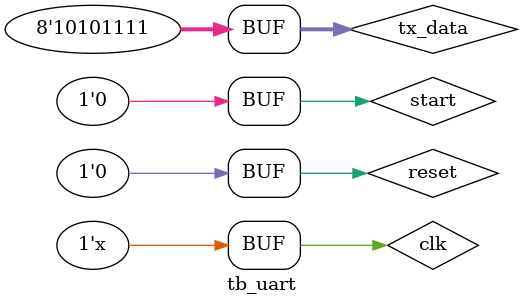
<source format=v>
`timescale 1ns / 1ps

module tb_uart ();

    reg clk;
    reg reset;
    reg start;
    reg [7:0] tx_data;
    wire tx_done;
    wire txd;

    uart dut (
        .clk(clk),
        .reset(reset),
        .start(start),
        .tx_data(tx_data),
        .tx_done(tx_done),
        .txd(txd)
    );

    always #5 clk = ~clk;

    initial begin
        clk = 1'b0;
        reset = 1'b1;
        start = 1'b0;
        tx_data = 0;
    end

    initial begin
        #20 reset = 1'b0;
        #20 tx_data = 8'haf;
        start = 1'b1;
        #10 start = 1'b0;
    end
endmodule

</source>
